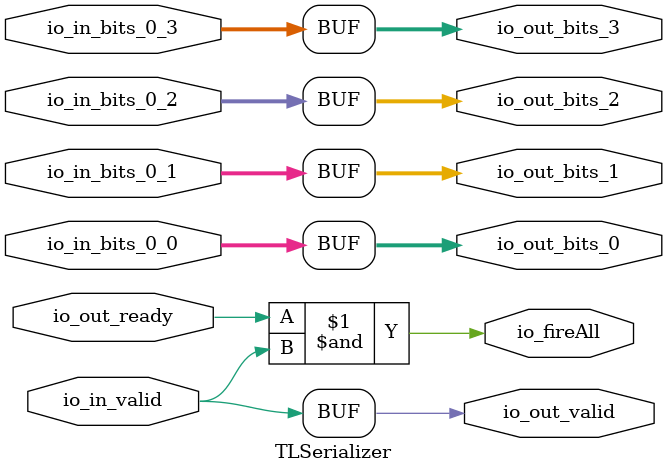
<source format=v>
module TLSerializer(
  input         io_in_valid,
  input  [31:0] io_in_bits_0_0,
  input  [31:0] io_in_bits_0_1,
  input  [31:0] io_in_bits_0_2,
  input  [31:0] io_in_bits_0_3,
  input         io_out_ready,
  output        io_out_valid,
  output [31:0] io_out_bits_0,
  output [31:0] io_out_bits_1,
  output [31:0] io_out_bits_2,
  output [31:0] io_out_bits_3,
  output        io_fireAll
);
  assign io_out_valid = io_in_valid; // @[TLSerializer.scala 41:18]
  assign io_out_bits_0 = io_in_bits_0_0; // @[TLSerializer.scala 42:17]
  assign io_out_bits_1 = io_in_bits_0_1; // @[TLSerializer.scala 42:17]
  assign io_out_bits_2 = io_in_bits_0_2; // @[TLSerializer.scala 42:17]
  assign io_out_bits_3 = io_in_bits_0_3; // @[TLSerializer.scala 42:17]
  assign io_fireAll = io_out_ready & io_out_valid; // @[Decoupled.scala 51:35]
endmodule

</source>
